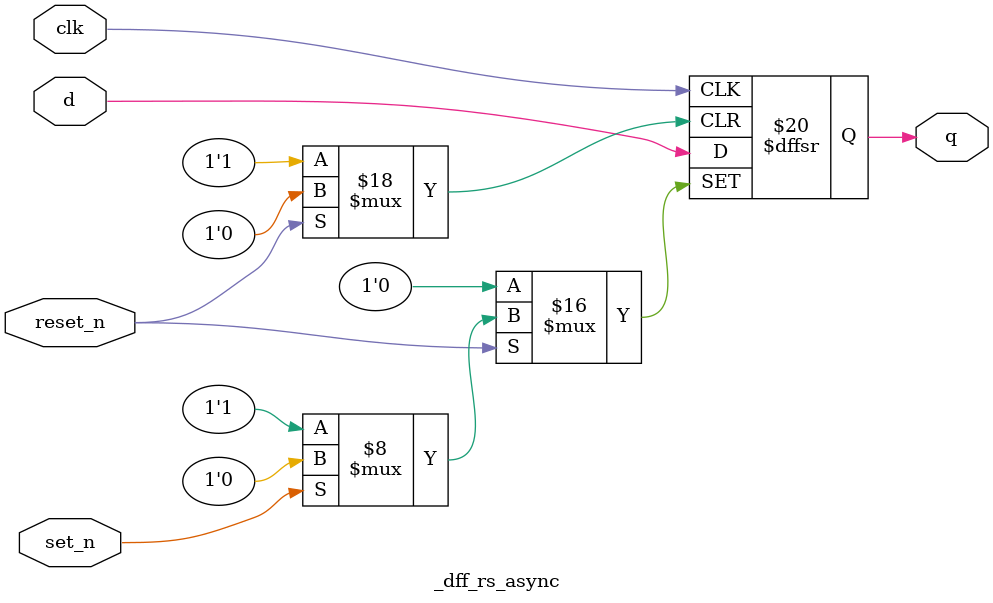
<source format=v>
module _dff_rs_async(clk, set_n, reset_n, d, q);
	input clk, set_n, reset_n, d;		// 4 inputs
	output q;								// output q
	reg q;									// intput q
	
	always@ (posedge clk or negedge set_n or negedge reset_n)
	begin
		if(reset_n==0)		q<=1'b0;		// is reset_n=0? if yes, input 0 to q
		else if(set_n==0) q<=1'b1;		// or is set_n=0? if yes, input 1  to q
		else 					q<=d;			// unless, input d to q
	end
	
endmodule

</source>
